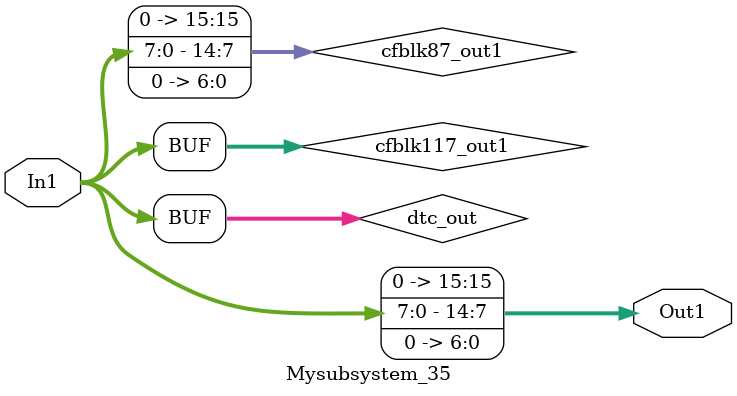
<source format=v>



`timescale 1 ns / 1 ns

module Mysubsystem_35
          (In1,
           Out1);


  input   [7:0] In1;  // uint8
  output  [15:0] Out1;  // ufix16_En7


  wire [7:0] dtc_out;  // ufix8
  wire [7:0] cfblk117_out1;  // uint8
  wire [15:0] cfblk87_out1;  // ufix16_En7


  assign dtc_out = In1;



  assign cfblk117_out1 = dtc_out;



  assign cfblk87_out1 = {1'b0, {cfblk117_out1, 7'b0000000}};



  assign Out1 = cfblk87_out1;

endmodule  // Mysubsystem_35


</source>
